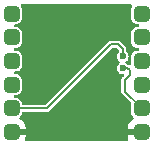
<source format=gbr>
%TF.GenerationSoftware,KiCad,Pcbnew,7.0.11*%
%TF.CreationDate,2024-12-11T11:32:47-03:00*%
%TF.ProjectId,Placa_SiPM,506c6163-615f-4536-9950-4d2e6b696361,rev?*%
%TF.SameCoordinates,Original*%
%TF.FileFunction,Copper,L4,Bot*%
%TF.FilePolarity,Positive*%
%FSLAX46Y46*%
G04 Gerber Fmt 4.6, Leading zero omitted, Abs format (unit mm)*
G04 Created by KiCad (PCBNEW 7.0.11) date 2024-12-11 11:32:47*
%MOMM*%
%LPD*%
G01*
G04 APERTURE LIST*
G04 Aperture macros list*
%AMRoundRect*
0 Rectangle with rounded corners*
0 $1 Rounding radius*
0 $2 $3 $4 $5 $6 $7 $8 $9 X,Y pos of 4 corners*
0 Add a 4 corners polygon primitive as box body*
4,1,4,$2,$3,$4,$5,$6,$7,$8,$9,$2,$3,0*
0 Add four circle primitives for the rounded corners*
1,1,$1+$1,$2,$3*
1,1,$1+$1,$4,$5*
1,1,$1+$1,$6,$7*
1,1,$1+$1,$8,$9*
0 Add four rect primitives between the rounded corners*
20,1,$1+$1,$2,$3,$4,$5,0*
20,1,$1+$1,$4,$5,$6,$7,0*
20,1,$1+$1,$6,$7,$8,$9,0*
20,1,$1+$1,$8,$9,$2,$3,0*%
G04 Aperture macros list end*
%TA.AperFunction,ComponentPad*%
%ADD10RoundRect,0.337500X-0.337500X-0.337500X0.337500X-0.337500X0.337500X0.337500X-0.337500X0.337500X0*%
%TD*%
%TA.AperFunction,ComponentPad*%
%ADD11RoundRect,0.337500X0.337500X0.337500X-0.337500X0.337500X-0.337500X-0.337500X0.337500X-0.337500X0*%
%TD*%
%TA.AperFunction,ViaPad*%
%ADD12C,0.600000*%
%TD*%
%TA.AperFunction,Conductor*%
%ADD13C,0.200000*%
%TD*%
G04 APERTURE END LIST*
D10*
%TO.P,J1,1,Pin_1*%
%TO.N,Cat*%
X145000000Y-118000000D03*
%TO.P,J1,2,Pin_2*%
X145000000Y-120000000D03*
%TO.P,J1,3,Pin_3*%
%TO.N,An*%
X145000000Y-122000000D03*
%TO.P,J1,4,Pin_4*%
X145000000Y-124000000D03*
%TO.P,J1,5,Pin_5*%
%TO.N,Fout*%
X145000000Y-126000000D03*
%TO.P,J1,6,Pin_6*%
%TO.N,GND*%
X145000000Y-128000000D03*
%TD*%
D11*
%TO.P,J2,1,Pin_1*%
%TO.N,GND*%
X156000000Y-128000000D03*
%TO.P,J2,2,Pin_2*%
%TO.N,Fout2*%
X156000000Y-126000000D03*
%TO.P,J2,3,Pin_3*%
%TO.N,An2*%
X156000000Y-124000000D03*
%TO.P,J2,4,Pin_4*%
X156000000Y-122000000D03*
%TO.P,J2,5,Pin_5*%
%TO.N,Cat2*%
X156000000Y-120000000D03*
%TO.P,J2,6,Pin_6*%
X156000000Y-118000000D03*
%TD*%
D12*
%TO.N,Fout*%
X154400000Y-121600000D03*
%TO.N,GND*%
X150300000Y-118600000D03*
X148900000Y-127600000D03*
X151500000Y-118000000D03*
X149900000Y-118000000D03*
X149700000Y-128400000D03*
X152100000Y-127600000D03*
X149500000Y-118600000D03*
X150700000Y-118000000D03*
X148900000Y-128400000D03*
X148700000Y-118600000D03*
X149100000Y-118000000D03*
X148300000Y-118000000D03*
X151900000Y-118600000D03*
X151100000Y-118600000D03*
X150500000Y-128400000D03*
X155100000Y-121000000D03*
X151300000Y-128400000D03*
X152100000Y-128400000D03*
X152300000Y-118000000D03*
%TO.N,Fout2*%
X154400000Y-122600000D03*
%TD*%
D13*
%TO.N,Fout*%
X148000000Y-126000000D02*
X145000000Y-126000000D01*
X154400000Y-121000000D02*
X154000000Y-120600000D01*
X153400000Y-120600000D02*
X148000000Y-126000000D01*
X154400000Y-121600000D02*
X154400000Y-121000000D01*
X154000000Y-120600000D02*
X153400000Y-120600000D01*
%TO.N,Fout2*%
X154400000Y-122600000D02*
X154800000Y-122600000D01*
X155000000Y-122800000D02*
X155000000Y-123200000D01*
X155000000Y-123200000D02*
X154600000Y-123600000D01*
X154600000Y-124600000D02*
X156000000Y-126000000D01*
X154600000Y-123600000D02*
X154600000Y-124600000D01*
X154800000Y-122600000D02*
X155000000Y-122800000D01*
%TD*%
%TA.AperFunction,Conductor*%
%TO.N,GND*%
G36*
X153892712Y-120919407D02*
G01*
X153904525Y-120929496D01*
X154061268Y-121086239D01*
X154089045Y-121140756D01*
X154079474Y-121201188D01*
X154066084Y-121221073D01*
X153974623Y-121326626D01*
X153914834Y-121457543D01*
X153894353Y-121599997D01*
X153894353Y-121600002D01*
X153914834Y-121742456D01*
X153974622Y-121873371D01*
X153974623Y-121873373D01*
X154068872Y-121982143D01*
X154122669Y-122016716D01*
X154161400Y-122064082D01*
X154164893Y-122125168D01*
X154131813Y-122176640D01*
X154122669Y-122183284D01*
X154068872Y-122217857D01*
X153974622Y-122326628D01*
X153914834Y-122457543D01*
X153894353Y-122599997D01*
X153894353Y-122600002D01*
X153914834Y-122742456D01*
X153974622Y-122873371D01*
X153974623Y-122873373D01*
X154068872Y-122982143D01*
X154068873Y-122982144D01*
X154189942Y-123059950D01*
X154189947Y-123059953D01*
X154296403Y-123091211D01*
X154328035Y-123100499D01*
X154328036Y-123100499D01*
X154328039Y-123100500D01*
X154328041Y-123100500D01*
X154435520Y-123100500D01*
X154493711Y-123119407D01*
X154529675Y-123168907D01*
X154529675Y-123230093D01*
X154505523Y-123269504D01*
X154433589Y-123341437D01*
X154422361Y-123349550D01*
X154423090Y-123350515D01*
X154415771Y-123356041D01*
X154384141Y-123390737D01*
X154380989Y-123394038D01*
X154367830Y-123407198D01*
X154367818Y-123407212D01*
X154367749Y-123407314D01*
X154359255Y-123418035D01*
X154340083Y-123439066D01*
X154340083Y-123439067D01*
X154336529Y-123448240D01*
X154325896Y-123468412D01*
X154320346Y-123476515D01*
X154320341Y-123476524D01*
X154313830Y-123504206D01*
X154309777Y-123517296D01*
X154299501Y-123543823D01*
X154299500Y-123543829D01*
X154299500Y-123553651D01*
X154296870Y-123576318D01*
X154294621Y-123585879D01*
X154298551Y-123614053D01*
X154299500Y-123627730D01*
X154299500Y-124534835D01*
X154297280Y-124548513D01*
X154298494Y-124548683D01*
X154297226Y-124557766D01*
X154299394Y-124604641D01*
X154299500Y-124609213D01*
X154299500Y-124627844D01*
X154299522Y-124627966D01*
X154301101Y-124641577D01*
X154302414Y-124669987D01*
X154302415Y-124669994D01*
X154306384Y-124678982D01*
X154313132Y-124700772D01*
X154314939Y-124710433D01*
X154321789Y-124721496D01*
X154329912Y-124734617D01*
X154336301Y-124746738D01*
X154347794Y-124772765D01*
X154354745Y-124779716D01*
X154368907Y-124797596D01*
X154374081Y-124805952D01*
X154396781Y-124823094D01*
X154407117Y-124832088D01*
X155098074Y-125523045D01*
X155125851Y-125577562D01*
X155126364Y-125604849D01*
X155124501Y-125620367D01*
X155124500Y-125620385D01*
X155124500Y-126379620D01*
X155134883Y-126466079D01*
X155189138Y-126603658D01*
X155278500Y-126721500D01*
X155278504Y-126721503D01*
X155278506Y-126721505D01*
X155307903Y-126743797D01*
X155342846Y-126794023D01*
X155341593Y-126855195D01*
X155304624Y-126903948D01*
X155292073Y-126911372D01*
X155208789Y-126952677D01*
X155208784Y-126952680D01*
X155066812Y-127066800D01*
X155066800Y-127066812D01*
X154952680Y-127208784D01*
X154952675Y-127208792D01*
X154871741Y-127371982D01*
X154871738Y-127371988D01*
X154827774Y-127548769D01*
X154827773Y-127548774D01*
X154825000Y-127589661D01*
X154825000Y-127749999D01*
X154825001Y-127750000D01*
X155684314Y-127750000D01*
X155672359Y-127761955D01*
X155614835Y-127874852D01*
X155595014Y-128000000D01*
X155614835Y-128125148D01*
X155672359Y-128238045D01*
X155684314Y-128250000D01*
X154825002Y-128250000D01*
X154825001Y-128250001D01*
X154825001Y-128410340D01*
X154827774Y-128451227D01*
X154871738Y-128628012D01*
X154871739Y-128628014D01*
X154885874Y-128656514D01*
X154894790Y-128717046D01*
X154866423Y-128771258D01*
X154811608Y-128798443D01*
X154797182Y-128799500D01*
X146202818Y-128799500D01*
X146144627Y-128780593D01*
X146108663Y-128731093D01*
X146108663Y-128669907D01*
X146114126Y-128656514D01*
X146128260Y-128628014D01*
X146128261Y-128628011D01*
X146172225Y-128451230D01*
X146172226Y-128451225D01*
X146174999Y-128410338D01*
X146175000Y-128410319D01*
X146175000Y-128250001D01*
X146174999Y-128250000D01*
X145315686Y-128250000D01*
X145327641Y-128238045D01*
X145385165Y-128125148D01*
X145404986Y-128000000D01*
X145385165Y-127874852D01*
X145327641Y-127761955D01*
X145315686Y-127750000D01*
X146174998Y-127750000D01*
X146174999Y-127749999D01*
X146174999Y-127589684D01*
X146174998Y-127589659D01*
X146172225Y-127548772D01*
X146128261Y-127371987D01*
X146128258Y-127371982D01*
X146047324Y-127208792D01*
X146047319Y-127208784D01*
X145933199Y-127066812D01*
X145933187Y-127066800D01*
X145791215Y-126952680D01*
X145791207Y-126952675D01*
X145707927Y-126911372D01*
X145664196Y-126868579D01*
X145653971Y-126808254D01*
X145681156Y-126753440D01*
X145692089Y-126743802D01*
X145721500Y-126721500D01*
X145810862Y-126603658D01*
X145865117Y-126466077D01*
X145874530Y-126387694D01*
X145900241Y-126332174D01*
X145953676Y-126302369D01*
X145972824Y-126300500D01*
X147934836Y-126300500D01*
X147948511Y-126302732D01*
X147948683Y-126301506D01*
X147957764Y-126302772D01*
X147957765Y-126302773D01*
X147957765Y-126302772D01*
X147957766Y-126302773D01*
X148004642Y-126300606D01*
X148009214Y-126300500D01*
X148027842Y-126300500D01*
X148027844Y-126300500D01*
X148027948Y-126300480D01*
X148041571Y-126298898D01*
X148069992Y-126297585D01*
X148078976Y-126293617D01*
X148100777Y-126286865D01*
X148110433Y-126285061D01*
X148134618Y-126270086D01*
X148146728Y-126263701D01*
X148172765Y-126252206D01*
X148179709Y-126245260D01*
X148197601Y-126231089D01*
X148205952Y-126225919D01*
X148223089Y-126203223D01*
X148232082Y-126192887D01*
X153495475Y-120929496D01*
X153549992Y-120901719D01*
X153565479Y-120900500D01*
X153834521Y-120900500D01*
X153892712Y-120919407D01*
G37*
%TD.AperFunction*%
%TA.AperFunction,Conductor*%
G36*
X155196520Y-117219407D02*
G01*
X155232484Y-117268907D01*
X155232484Y-117330093D01*
X155217213Y-117359319D01*
X155189138Y-117396341D01*
X155134883Y-117533920D01*
X155124500Y-117620379D01*
X155124500Y-118379620D01*
X155134883Y-118466079D01*
X155189138Y-118603658D01*
X155278500Y-118721500D01*
X155396342Y-118810862D01*
X155533923Y-118865117D01*
X155620382Y-118875500D01*
X155700500Y-118875500D01*
X155758691Y-118894407D01*
X155794655Y-118943907D01*
X155799500Y-118974500D01*
X155799500Y-119025500D01*
X155780593Y-119083691D01*
X155731093Y-119119655D01*
X155700500Y-119124500D01*
X155620379Y-119124500D01*
X155533920Y-119134883D01*
X155396341Y-119189138D01*
X155278503Y-119278497D01*
X155278497Y-119278503D01*
X155189138Y-119396341D01*
X155134883Y-119533920D01*
X155124500Y-119620379D01*
X155124500Y-120379620D01*
X155134883Y-120466079D01*
X155189138Y-120603658D01*
X155278500Y-120721500D01*
X155396342Y-120810862D01*
X155533923Y-120865117D01*
X155620382Y-120875500D01*
X155700500Y-120875500D01*
X155758691Y-120894407D01*
X155794655Y-120943907D01*
X155799500Y-120974500D01*
X155799500Y-121025500D01*
X155780593Y-121083691D01*
X155731093Y-121119655D01*
X155700500Y-121124500D01*
X155620379Y-121124500D01*
X155533920Y-121134883D01*
X155396341Y-121189138D01*
X155278503Y-121278497D01*
X155278497Y-121278503D01*
X155189138Y-121396341D01*
X155134883Y-121533920D01*
X155124500Y-121620379D01*
X155124500Y-122264981D01*
X155105593Y-122323172D01*
X155056093Y-122359136D01*
X154994907Y-122359136D01*
X154969185Y-122344181D01*
X154968732Y-122344913D01*
X154960935Y-122340085D01*
X154960933Y-122340084D01*
X154951762Y-122336531D01*
X154931586Y-122325895D01*
X154923484Y-122320345D01*
X154923479Y-122320343D01*
X154895797Y-122313832D01*
X154882703Y-122309777D01*
X154856177Y-122299500D01*
X154856173Y-122299500D01*
X154847084Y-122299500D01*
X154788893Y-122280593D01*
X154772265Y-122265331D01*
X154731129Y-122217858D01*
X154731128Y-122217856D01*
X154677331Y-122183284D01*
X154638600Y-122135919D01*
X154635106Y-122074833D01*
X154668185Y-122023360D01*
X154677331Y-122016716D01*
X154731126Y-121982144D01*
X154731125Y-121982144D01*
X154731128Y-121982143D01*
X154825377Y-121873373D01*
X154885165Y-121742457D01*
X154891992Y-121694971D01*
X154905647Y-121600002D01*
X154905647Y-121599997D01*
X154885165Y-121457543D01*
X154857215Y-121396342D01*
X154825377Y-121326627D01*
X154731128Y-121217857D01*
X154731127Y-121217856D01*
X154726491Y-121212506D01*
X154728524Y-121210743D01*
X154703067Y-121168505D01*
X154700500Y-121146105D01*
X154700500Y-121065168D01*
X154702731Y-121051495D01*
X154701505Y-121051324D01*
X154702773Y-121042232D01*
X154700606Y-120995357D01*
X154700500Y-120990785D01*
X154700500Y-120972160D01*
X154700500Y-120972156D01*
X154700478Y-120972042D01*
X154698898Y-120958430D01*
X154697585Y-120930008D01*
X154693614Y-120921016D01*
X154686864Y-120899214D01*
X154685965Y-120894407D01*
X154685061Y-120889567D01*
X154670085Y-120865379D01*
X154663697Y-120853260D01*
X154652206Y-120827234D01*
X154652205Y-120827233D01*
X154652204Y-120827231D01*
X154645254Y-120820281D01*
X154631088Y-120802395D01*
X154625921Y-120794050D01*
X154625918Y-120794047D01*
X154603226Y-120776911D01*
X154592883Y-120767911D01*
X154258567Y-120433596D01*
X154250479Y-120422344D01*
X154249487Y-120423094D01*
X154243958Y-120415772D01*
X154209272Y-120384151D01*
X154205968Y-120380996D01*
X154192800Y-120367828D01*
X154192796Y-120367825D01*
X154192693Y-120367755D01*
X154181962Y-120359255D01*
X154160933Y-120340084D01*
X154151762Y-120336531D01*
X154131586Y-120325895D01*
X154123484Y-120320345D01*
X154123479Y-120320343D01*
X154095797Y-120313832D01*
X154082703Y-120309777D01*
X154056177Y-120299500D01*
X154056173Y-120299500D01*
X154046348Y-120299500D01*
X154023683Y-120296870D01*
X154014119Y-120294621D01*
X154014118Y-120294621D01*
X153985946Y-120298551D01*
X153972269Y-120299500D01*
X153465164Y-120299500D01*
X153451488Y-120297267D01*
X153451317Y-120298494D01*
X153442233Y-120297226D01*
X153395358Y-120299394D01*
X153390786Y-120299500D01*
X153372152Y-120299500D01*
X153372029Y-120299523D01*
X153358419Y-120301101D01*
X153330010Y-120302414D01*
X153330006Y-120302415D01*
X153321015Y-120306385D01*
X153299227Y-120313132D01*
X153289570Y-120314937D01*
X153289564Y-120314940D01*
X153265381Y-120329912D01*
X153253262Y-120336300D01*
X153227237Y-120347792D01*
X153227233Y-120347795D01*
X153220284Y-120354744D01*
X153202409Y-120368903D01*
X153194048Y-120374080D01*
X153176907Y-120396778D01*
X153167909Y-120407118D01*
X147904525Y-125670504D01*
X147850008Y-125698281D01*
X147834521Y-125699500D01*
X145972824Y-125699500D01*
X145914633Y-125680593D01*
X145878669Y-125631093D01*
X145874530Y-125612305D01*
X145873635Y-125604849D01*
X145865117Y-125533923D01*
X145810862Y-125396342D01*
X145721500Y-125278500D01*
X145603658Y-125189138D01*
X145466079Y-125134883D01*
X145379620Y-125124500D01*
X145379618Y-125124500D01*
X145299500Y-125124500D01*
X145241309Y-125105593D01*
X145205345Y-125056093D01*
X145200500Y-125025500D01*
X145200500Y-124974500D01*
X145219407Y-124916309D01*
X145268907Y-124880345D01*
X145299500Y-124875500D01*
X145379616Y-124875500D01*
X145379618Y-124875500D01*
X145466077Y-124865117D01*
X145603658Y-124810862D01*
X145721500Y-124721500D01*
X145810862Y-124603658D01*
X145865117Y-124466077D01*
X145875500Y-124379618D01*
X145875500Y-123620382D01*
X145865117Y-123533923D01*
X145810862Y-123396342D01*
X145721500Y-123278500D01*
X145603658Y-123189138D01*
X145466079Y-123134883D01*
X145379620Y-123124500D01*
X145379618Y-123124500D01*
X145299500Y-123124500D01*
X145241309Y-123105593D01*
X145205345Y-123056093D01*
X145200500Y-123025500D01*
X145200500Y-122974500D01*
X145219407Y-122916309D01*
X145268907Y-122880345D01*
X145299500Y-122875500D01*
X145379616Y-122875500D01*
X145379618Y-122875500D01*
X145466077Y-122865117D01*
X145603658Y-122810862D01*
X145721500Y-122721500D01*
X145810862Y-122603658D01*
X145865117Y-122466077D01*
X145875500Y-122379618D01*
X145875500Y-121620382D01*
X145865117Y-121533923D01*
X145810862Y-121396342D01*
X145721500Y-121278500D01*
X145603658Y-121189138D01*
X145466079Y-121134883D01*
X145379620Y-121124500D01*
X145379618Y-121124500D01*
X145299500Y-121124500D01*
X145241309Y-121105593D01*
X145205345Y-121056093D01*
X145200500Y-121025500D01*
X145200500Y-120974500D01*
X145219407Y-120916309D01*
X145268907Y-120880345D01*
X145299500Y-120875500D01*
X145379616Y-120875500D01*
X145379618Y-120875500D01*
X145466077Y-120865117D01*
X145603658Y-120810862D01*
X145721500Y-120721500D01*
X145810862Y-120603658D01*
X145865117Y-120466077D01*
X145875500Y-120379618D01*
X145875500Y-119620382D01*
X145865117Y-119533923D01*
X145810862Y-119396342D01*
X145721500Y-119278500D01*
X145603658Y-119189138D01*
X145466079Y-119134883D01*
X145379620Y-119124500D01*
X145379618Y-119124500D01*
X145299500Y-119124500D01*
X145241309Y-119105593D01*
X145205345Y-119056093D01*
X145200500Y-119025500D01*
X145200500Y-118974500D01*
X145219407Y-118916309D01*
X145268907Y-118880345D01*
X145299500Y-118875500D01*
X145379616Y-118875500D01*
X145379618Y-118875500D01*
X145466077Y-118865117D01*
X145603658Y-118810862D01*
X145721500Y-118721500D01*
X145810862Y-118603658D01*
X145865117Y-118466077D01*
X145875500Y-118379618D01*
X145875500Y-117620382D01*
X145865117Y-117533923D01*
X145810862Y-117396342D01*
X145782787Y-117359319D01*
X145762692Y-117301528D01*
X145780403Y-117242962D01*
X145829156Y-117205992D01*
X145861671Y-117200500D01*
X155138329Y-117200500D01*
X155196520Y-117219407D01*
G37*
%TD.AperFunction*%
%TD*%
M02*

</source>
